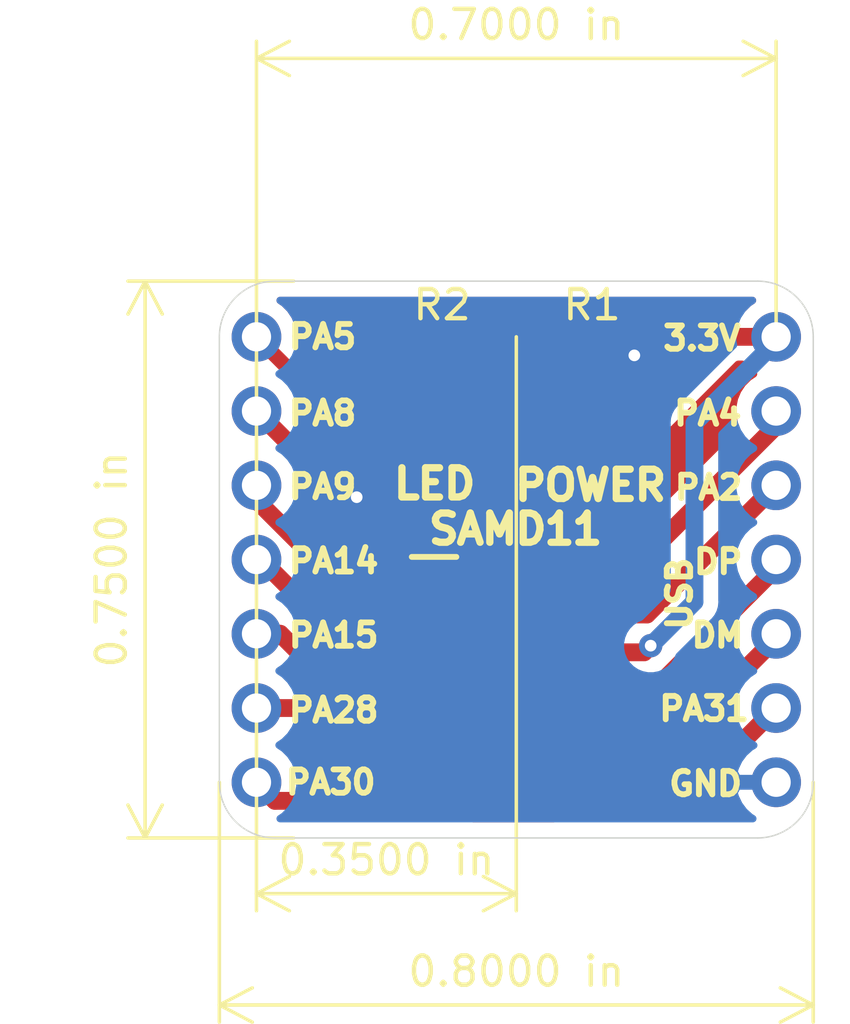
<source format=kicad_pcb>
(kicad_pcb (version 20171130) (host pcbnew 5.1.5-52549c5~86~ubuntu18.04.1)

  (general
    (thickness 1.6)
    (drawings 28)
    (tracks 52)
    (zones 0)
    (modules 7)
    (nets 17)
  )

  (page A4)
  (layers
    (0 F.Cu signal)
    (31 B.Cu signal)
    (32 B.Adhes user)
    (33 F.Adhes user)
    (34 B.Paste user)
    (35 F.Paste user)
    (36 B.SilkS user)
    (37 F.SilkS user)
    (38 B.Mask user)
    (39 F.Mask user)
    (40 Dwgs.User user)
    (41 Cmts.User user)
    (42 Eco1.User user)
    (43 Eco2.User user)
    (44 Edge.Cuts user)
    (45 Margin user)
    (46 B.CrtYd user)
    (47 F.CrtYd user)
    (48 B.Fab user)
    (49 F.Fab user)
  )

  (setup
    (last_trace_width 0.25)
    (user_trace_width 0.1524)
    (user_trace_width 0.2032)
    (user_trace_width 0.4)
    (user_trace_width 0.5)
    (user_trace_width 0.6096)
    (user_trace_width 0.8)
    (user_trace_width 1)
    (user_trace_width 2)
    (trace_clearance 0.2)
    (zone_clearance 0.508)
    (zone_45_only no)
    (trace_min 0.2)
    (via_size 0.8)
    (via_drill 0.4)
    (via_min_size 0.4)
    (via_min_drill 0.3)
    (uvia_size 0.3)
    (uvia_drill 0.1)
    (uvias_allowed no)
    (uvia_min_size 0.2)
    (uvia_min_drill 0.1)
    (edge_width 0.05)
    (segment_width 0.2)
    (pcb_text_width 0.3)
    (pcb_text_size 1.5 1.5)
    (mod_edge_width 0.12)
    (mod_text_size 1 1)
    (mod_text_width 0.15)
    (pad_size 1.524 1.524)
    (pad_drill 0.762)
    (pad_to_mask_clearance 0.051)
    (solder_mask_min_width 0.25)
    (pad_to_paste_clearance -0.0762)
    (aux_axis_origin 0 0)
    (visible_elements FFFFFF7F)
    (pcbplotparams
      (layerselection 0x010fc_ffffffff)
      (usegerberextensions false)
      (usegerberattributes false)
      (usegerberadvancedattributes false)
      (creategerberjobfile false)
      (excludeedgelayer true)
      (linewidth 0.100000)
      (plotframeref false)
      (viasonmask false)
      (mode 1)
      (useauxorigin false)
      (hpglpennumber 1)
      (hpglpenspeed 20)
      (hpglpendiameter 15.000000)
      (psnegative false)
      (psa4output false)
      (plotreference true)
      (plotvalue true)
      (plotinvisibletext false)
      (padsonsilk false)
      (subtractmaskfromsilk false)
      (outputformat 1)
      (mirror false)
      (drillshape 1)
      (scaleselection 1)
      (outputdirectory ""))
  )

  (net 0 "")
  (net 1 GND)
  (net 2 /PA08)
  (net 3 /PA09)
  (net 4 /PA14)
  (net 5 /PA15)
  (net 6 /PA28)
  (net 7 /PA30)
  (net 8 /PA31)
  (net 9 /PA24)
  (net 10 /PA25)
  (net 11 /PA02)
  (net 12 /PA04)
  (net 13 "Net-(D1-Pad1)")
  (net 14 "Net-(D2-Pad1)")
  (net 15 +3V3)
  (net 16 /PA05)

  (net_class Default "This is the default net class."
    (clearance 0.2)
    (trace_width 0.25)
    (via_dia 0.8)
    (via_drill 0.4)
    (uvia_dia 0.3)
    (uvia_drill 0.1)
    (add_net +3V3)
    (add_net /PA02)
    (add_net /PA04)
    (add_net /PA05)
    (add_net /PA08)
    (add_net /PA09)
    (add_net /PA14)
    (add_net /PA15)
    (add_net /PA24)
    (add_net /PA25)
    (add_net /PA28)
    (add_net /PA30)
    (add_net /PA31)
    (add_net GND)
    (add_net "Net-(D1-Pad1)")
    (add_net "Net-(D2-Pad1)")
  )

  (module SamD11_Breakout:PinHeader_1x07_P2.54mm_Vertical (layer F.Cu) (tedit 5DFF2E53) (tstamp 5DFF346C)
    (at 148.59 97.79)
    (descr "Through hole straight pin header, 1x07, 2.54mm pitch, single row")
    (tags "Through hole pin header THT 1x07 2.54mm single row")
    (path /5E0E6EF4)
    (fp_text reference J1 (at 0 -2.33) (layer F.Fab) hide
      (effects (font (size 1 1) (thickness 0.15)))
    )
    (fp_text value Conn_01x07 (at 0 17.57) (layer F.Fab) hide
      (effects (font (size 1 1) (thickness 0.15)))
    )
    (fp_text user %R (at 0 7.62 90) (layer F.Fab)
      (effects (font (size 1 1) (thickness 0.15)))
    )
    (fp_line (start -1.27 -0.635) (end -0.635 -1.27) (layer F.Fab) (width 0.1))
    (fp_line (start -1.27 16.51) (end -1.27 -0.635) (layer F.Fab) (width 0.1))
    (fp_line (start 1.27 16.51) (end -1.27 16.51) (layer F.Fab) (width 0.1))
    (fp_line (start 1.27 -1.27) (end 1.27 16.51) (layer F.Fab) (width 0.1))
    (fp_line (start -0.635 -1.27) (end 1.27 -1.27) (layer F.Fab) (width 0.1))
    (pad 7 thru_hole oval (at 0 15.24) (size 1.7 1.7) (drill 1) (layers *.Cu *.Mask)
      (net 7 /PA30))
    (pad 6 thru_hole oval (at 0 12.7) (size 1.7 1.7) (drill 1) (layers *.Cu *.Mask)
      (net 6 /PA28))
    (pad 5 thru_hole oval (at 0 10.16) (size 1.7 1.7) (drill 1) (layers *.Cu *.Mask)
      (net 5 /PA15))
    (pad 4 thru_hole oval (at 0 7.62) (size 1.7 1.7) (drill 1) (layers *.Cu *.Mask)
      (net 4 /PA14))
    (pad 3 thru_hole oval (at 0 5.08) (size 1.7 1.7) (drill 1) (layers *.Cu *.Mask)
      (net 3 /PA09))
    (pad 2 thru_hole oval (at 0 2.54) (size 1.7 1.7) (drill 1) (layers *.Cu *.Mask)
      (net 2 /PA08))
    (pad 1 thru_hole circle (at 0 0) (size 1.7 1.7) (drill 1) (layers *.Cu *.Mask)
      (net 16 /PA05))
    (model ${KISYS3DMOD}/Connector_PinHeader_2.54mm.3dshapes/PinHeader_1x07_P2.54mm_Vertical.wrl
      (offset (xyz 0 0 -1.7))
      (scale (xyz 1 1 1))
      (rotate (xyz 0 180 0))
    )
  )

  (module SamD11_Breakout:PinHeader_1x07_P2.54mm_Vertical (layer F.Cu) (tedit 5DFF2E53) (tstamp 5DFF34C0)
    (at 166.37 97.79)
    (descr "Through hole straight pin header, 1x07, 2.54mm pitch, single row")
    (tags "Through hole pin header THT 1x07 2.54mm single row")
    (path /5E0D8F16)
    (fp_text reference J2 (at 0 -2.33) (layer F.Fab) hide
      (effects (font (size 1 1) (thickness 0.15)))
    )
    (fp_text value Conn_01x07 (at 0 17.57) (layer F.Fab) hide
      (effects (font (size 1 1) (thickness 0.15)))
    )
    (fp_text user %R (at 0 7.62 90) (layer F.Fab)
      (effects (font (size 1 1) (thickness 0.15)))
    )
    (fp_line (start -1.27 -0.635) (end -0.635 -1.27) (layer F.Fab) (width 0.1))
    (fp_line (start -1.27 16.51) (end -1.27 -0.635) (layer F.Fab) (width 0.1))
    (fp_line (start 1.27 16.51) (end -1.27 16.51) (layer F.Fab) (width 0.1))
    (fp_line (start 1.27 -1.27) (end 1.27 16.51) (layer F.Fab) (width 0.1))
    (fp_line (start -0.635 -1.27) (end 1.27 -1.27) (layer F.Fab) (width 0.1))
    (pad 7 thru_hole oval (at 0 15.24) (size 1.7 1.7) (drill 1) (layers *.Cu *.Mask)
      (net 1 GND))
    (pad 6 thru_hole oval (at 0 12.7) (size 1.7 1.7) (drill 1) (layers *.Cu *.Mask)
      (net 8 /PA31))
    (pad 5 thru_hole oval (at 0 10.16) (size 1.7 1.7) (drill 1) (layers *.Cu *.Mask)
      (net 9 /PA24))
    (pad 4 thru_hole oval (at 0 7.62) (size 1.7 1.7) (drill 1) (layers *.Cu *.Mask)
      (net 10 /PA25))
    (pad 3 thru_hole oval (at 0 5.08) (size 1.7 1.7) (drill 1) (layers *.Cu *.Mask)
      (net 11 /PA02))
    (pad 2 thru_hole oval (at 0 2.54) (size 1.7 1.7) (drill 1) (layers *.Cu *.Mask)
      (net 12 /PA04))
    (pad 1 thru_hole circle (at 0 0) (size 1.7 1.7) (drill 1) (layers *.Cu *.Mask)
      (net 15 +3V3))
    (model ${KISYS3DMOD}/Connector_PinHeader_2.54mm.3dshapes/PinHeader_1x07_P2.54mm_Vertical.wrl
      (offset (xyz 0 0 -1.7))
      (scale (xyz 1 1 1))
      (rotate (xyz 0 180 0))
    )
  )

  (module SamD11_Breakout:R_1206_3216Metric_Pad1.42x1.75mm_HandSolder (layer F.Cu) (tedit 5DFEFEFF) (tstamp 5DFF34ED)
    (at 160.02 98.425)
    (descr "Resistor SMD 1206 (3216 Metric), square (rectangular) end terminal, IPC_7351 nominal with elongated pad for handsoldering. (Body size source: http://www.tortai-tech.com/upload/download/2011102023233369053.pdf), generated with kicad-footprint-generator")
    (tags "resistor handsolder")
    (path /5E0E631B)
    (attr smd)
    (fp_text reference R1 (at 0.0508 -1.7272) (layer F.SilkS)
      (effects (font (size 1 1) (thickness 0.15)))
    )
    (fp_text value 1K (at 0 0.1016) (layer F.Fab)
      (effects (font (size 1 1) (thickness 0.15)))
    )
    (fp_line (start -1.6 0.8) (end -1.6 -0.8) (layer F.Fab) (width 0.1))
    (fp_line (start -1.6 -0.8) (end 1.6 -0.8) (layer F.Fab) (width 0.1))
    (fp_line (start 1.6 -0.8) (end 1.6 0.8) (layer F.Fab) (width 0.1))
    (fp_line (start 1.6 0.8) (end -1.6 0.8) (layer F.Fab) (width 0.1))
    (fp_text user %R (at 0 0) (layer F.Fab)
      (effects (font (size 0.8 0.8) (thickness 0.12)))
    )
    (pad 1 smd roundrect (at -1.4875 0) (size 1.425 1.75) (layers F.Cu F.Paste F.Mask) (roundrect_rratio 0.175439)
      (net 13 "Net-(D1-Pad1)"))
    (pad 2 smd roundrect (at 1.4875 0) (size 1.425 1.75) (layers F.Cu F.Paste F.Mask) (roundrect_rratio 0.175439)
      (net 1 GND))
    (model ${KISYS3DMOD}/Resistor_SMD.3dshapes/R_1206_3216Metric.wrl
      (at (xyz 0 0 0))
      (scale (xyz 1 1 1))
      (rotate (xyz 0 0 0))
    )
  )

  (module SamD11_Breakout:R_1206_3216Metric_Pad1.42x1.75mm_HandSolder (layer F.Cu) (tedit 5DFEFEFF) (tstamp 5DFF3499)
    (at 154.94 98.425 180)
    (descr "Resistor SMD 1206 (3216 Metric), square (rectangular) end terminal, IPC_7351 nominal with elongated pad for handsoldering. (Body size source: http://www.tortai-tech.com/upload/download/2011102023233369053.pdf), generated with kicad-footprint-generator")
    (tags "resistor handsolder")
    (path /5E0F37E5)
    (attr smd)
    (fp_text reference R2 (at 0 1.7272) (layer F.SilkS)
      (effects (font (size 1 1) (thickness 0.15)))
    )
    (fp_text value 1K (at 0.0254 -0.1016) (layer F.Fab)
      (effects (font (size 1 1) (thickness 0.15)))
    )
    (fp_line (start -1.6 0.8) (end -1.6 -0.8) (layer F.Fab) (width 0.1))
    (fp_line (start -1.6 -0.8) (end 1.6 -0.8) (layer F.Fab) (width 0.1))
    (fp_line (start 1.6 -0.8) (end 1.6 0.8) (layer F.Fab) (width 0.1))
    (fp_line (start 1.6 0.8) (end -1.6 0.8) (layer F.Fab) (width 0.1))
    (fp_text user %R (at 0 0) (layer F.Fab)
      (effects (font (size 0.8 0.8) (thickness 0.12)))
    )
    (pad 1 smd roundrect (at -1.4875 0 180) (size 1.425 1.75) (layers F.Cu F.Paste F.Mask) (roundrect_rratio 0.175439)
      (net 14 "Net-(D2-Pad1)"))
    (pad 2 smd roundrect (at 1.4875 0 180) (size 1.425 1.75) (layers F.Cu F.Paste F.Mask) (roundrect_rratio 0.175439)
      (net 1 GND))
    (model ${KISYS3DMOD}/Resistor_SMD.3dshapes/R_1206_3216Metric.wrl
      (at (xyz 0 0 0))
      (scale (xyz 1 1 1))
      (rotate (xyz 0 0 0))
    )
  )

  (module SamD11_Breakout:LED_1206_3216Metric_Pad1.42x1.75mm_HandSolder (layer F.Cu) (tedit 5DFEFECF) (tstamp 5DFF33B6)
    (at 160.02 100.965)
    (descr "LED SMD 1206 (3216 Metric), square (rectangular) end terminal, IPC_7351 nominal, (Body size source: http://www.tortai-tech.com/upload/download/2011102023233369053.pdf), generated with kicad-footprint-generator")
    (tags "LED handsolder")
    (path /5E0CFB41)
    (attr smd)
    (fp_text reference D1 (at 0 0.1016) (layer F.Fab)
      (effects (font (size 1 1) (thickness 0.15)))
    )
    (fp_text value POWER (at 0 1.905) (layer F.SilkS)
      (effects (font (size 1 1) (thickness 0.25)))
    )
    (fp_line (start 1.6 -0.8) (end -1.2 -0.8) (layer F.Fab) (width 0.1))
    (fp_line (start -1.2 -0.8) (end -1.6 -0.4) (layer F.Fab) (width 0.1))
    (fp_line (start -1.6 -0.4) (end -1.6 0.8) (layer F.Fab) (width 0.1))
    (fp_line (start -1.6 0.8) (end 1.6 0.8) (layer F.Fab) (width 0.1))
    (fp_line (start 1.6 0.8) (end 1.6 -0.8) (layer F.Fab) (width 0.1))
    (fp_text user %R (at 0 0) (layer F.Fab)
      (effects (font (size 0.8 0.8) (thickness 0.12)))
    )
    (pad 1 smd roundrect (at -1.4875 0) (size 1.425 1.75) (layers F.Cu F.Paste F.Mask) (roundrect_rratio 0.175439)
      (net 13 "Net-(D1-Pad1)"))
    (pad 2 smd roundrect (at 1.4875 0) (size 1.425 1.75) (layers F.Cu F.Paste F.Mask) (roundrect_rratio 0.175439)
      (net 15 +3V3))
    (model ${KISYS3DMOD}/LED_SMD.3dshapes/LED_1206_3216Metric.wrl
      (at (xyz 0 0 0))
      (scale (xyz 1 1 1))
      (rotate (xyz 0 0 0))
    )
  )

  (module SamD11_Breakout:LED_1206_3216Metric_Pad1.42x1.75mm_HandSolder (layer F.Cu) (tedit 5DFEFECF) (tstamp 5DFF3440)
    (at 154.94 100.965 180)
    (descr "LED SMD 1206 (3216 Metric), square (rectangular) end terminal, IPC_7351 nominal, (Body size source: http://www.tortai-tech.com/upload/download/2011102023233369053.pdf), generated with kicad-footprint-generator")
    (tags "LED handsolder")
    (path /5E0F37D7)
    (attr smd)
    (fp_text reference D2 (at 0 -1.82) (layer F.Fab)
      (effects (font (size 1 1) (thickness 0.15)))
    )
    (fp_text value LED (at 0.254 -1.8542) (layer F.SilkS)
      (effects (font (size 1 1) (thickness 0.25)))
    )
    (fp_line (start 1.6 -0.8) (end -1.2 -0.8) (layer F.Fab) (width 0.1))
    (fp_line (start -1.2 -0.8) (end -1.6 -0.4) (layer F.Fab) (width 0.1))
    (fp_line (start -1.6 -0.4) (end -1.6 0.8) (layer F.Fab) (width 0.1))
    (fp_line (start -1.6 0.8) (end 1.6 0.8) (layer F.Fab) (width 0.1))
    (fp_line (start 1.6 0.8) (end 1.6 -0.8) (layer F.Fab) (width 0.1))
    (fp_text user %R (at 0 0) (layer F.Fab)
      (effects (font (size 0.8 0.8) (thickness 0.12)))
    )
    (pad 1 smd roundrect (at -1.4875 0 180) (size 1.425 1.75) (layers F.Cu F.Paste F.Mask) (roundrect_rratio 0.175439)
      (net 14 "Net-(D2-Pad1)"))
    (pad 2 smd roundrect (at 1.4875 0 180) (size 1.425 1.75) (layers F.Cu F.Paste F.Mask) (roundrect_rratio 0.175439)
      (net 16 /PA05))
    (model ${KISYS3DMOD}/LED_SMD.3dshapes/LED_1206_3216Metric.wrl
      (at (xyz 0 0 0))
      (scale (xyz 1 1 1))
      (rotate (xyz 0 0 0))
    )
  )

  (module SamD11_Breakout:SOIC127P600X175-14N (layer F.Cu) (tedit 5DFF142D) (tstamp 5DFF33EE)
    (at 157.3784 109.8296)
    (descr "14-pin SOIC150")
    (tags "Integrated Circuit")
    (path /5DFE6907)
    (attr smd)
    (fp_text reference IC2 (at 0 0) (layer F.Fab)
      (effects (font (size 1.27 1.27) (thickness 0.254)))
    )
    (fp_text value ATSAMD11C14A-SSUT (at 0 0) (layer B.Fab) hide
      (effects (font (size 1.27 1.27) (thickness 0.254)))
    )
    (fp_line (start -3.475 -4.51) (end -1.95 -4.51) (layer F.SilkS) (width 0.2))
    (fp_line (start -1.95 -3.055) (end -0.68 -4.325) (layer F.Fab) (width 0.1))
    (fp_line (start -1.95 4.325) (end -1.95 -4.325) (layer F.Fab) (width 0.1))
    (fp_line (start 1.95 4.325) (end -1.95 4.325) (layer F.Fab) (width 0.1))
    (fp_line (start 1.95 -4.325) (end 1.95 4.325) (layer F.Fab) (width 0.1))
    (fp_line (start -1.95 -4.325) (end 1.95 -4.325) (layer F.Fab) (width 0.1))
    (fp_line (start -3.725 4.625) (end -3.725 -4.625) (layer F.CrtYd) (width 0.05))
    (fp_line (start 3.725 4.625) (end -3.725 4.625) (layer F.CrtYd) (width 0.05))
    (fp_line (start 3.725 -4.625) (end 3.725 4.625) (layer F.CrtYd) (width 0.05))
    (fp_line (start -3.725 -4.625) (end 3.725 -4.625) (layer F.CrtYd) (width 0.05))
    (fp_text user %R (at 0 0) (layer F.Fab) hide
      (effects (font (size 1.27 1.27) (thickness 0.254)))
    )
    (pad 14 smd rect (at 2.712 -3.81 90) (size 0.7 1.525) (layers F.Cu F.Paste F.Mask)
      (net 12 /PA04))
    (pad 13 smd rect (at 2.712 -2.54 90) (size 0.7 1.525) (layers F.Cu F.Paste F.Mask)
      (net 11 /PA02))
    (pad 12 smd rect (at 2.712 -1.27 90) (size 0.7 1.525) (layers F.Cu F.Paste F.Mask)
      (net 15 +3V3))
    (pad 11 smd rect (at 2.712 0 90) (size 0.7 1.525) (layers F.Cu F.Paste F.Mask)
      (net 1 GND))
    (pad 10 smd rect (at 2.712 1.27 90) (size 0.7 1.525) (layers F.Cu F.Paste F.Mask)
      (net 10 /PA25))
    (pad 9 smd rect (at 2.712 2.54 90) (size 0.7 1.525) (layers F.Cu F.Paste F.Mask)
      (net 9 /PA24))
    (pad 8 smd rect (at 2.712 3.81 90) (size 0.7 1.525) (layers F.Cu F.Paste F.Mask)
      (net 8 /PA31))
    (pad 7 smd rect (at -2.712 3.81 90) (size 0.7 1.525) (layers F.Cu F.Paste F.Mask)
      (net 7 /PA30))
    (pad 6 smd rect (at -2.712 2.54 90) (size 0.7 1.525) (layers F.Cu F.Paste F.Mask)
      (net 6 /PA28))
    (pad 5 smd rect (at -2.712 1.27 90) (size 0.7 1.525) (layers F.Cu F.Paste F.Mask)
      (net 5 /PA15))
    (pad 4 smd rect (at -2.712 0 90) (size 0.7 1.525) (layers F.Cu F.Paste F.Mask)
      (net 4 /PA14))
    (pad 3 smd rect (at -2.712 -1.27 90) (size 0.7 1.525) (layers F.Cu F.Paste F.Mask)
      (net 3 /PA09))
    (pad 2 smd rect (at -2.712 -2.54 90) (size 0.7 1.525) (layers F.Cu F.Paste F.Mask)
      (net 2 /PA08))
    (pad 1 smd rect (at -2.712 -3.81 90) (size 0.7 1.525) (layers F.Cu F.Paste F.Mask)
      (net 16 /PA05))
    (model ${KISYS3DMOD}/SamacSys_Parts.3dshapes/ATSAMD11C14A-SSUT.stp
      (at (xyz 0 0 0))
      (scale (xyz 1 1 1))
      (rotate (xyz 0 0 0))
    )
  )

  (gr_text USB (at 163.068 106.5784 90) (layer F.SilkS) (tstamp 5DFFCE29)
    (effects (font (size 0.8 0.8) (thickness 0.2)))
  )
  (dimension 19.05 (width 0.12) (layer F.SilkS)
    (gr_text "19.050 mm" (at 143.51 105.41 90) (layer F.SilkS)
      (effects (font (size 1 1) (thickness 0.15)))
    )
    (feature1 (pts (xy 149.86 95.885) (xy 144.193579 95.885)))
    (feature2 (pts (xy 149.86 114.935) (xy 144.193579 114.935)))
    (crossbar (pts (xy 144.78 114.935) (xy 144.78 95.885)))
    (arrow1a (pts (xy 144.78 95.885) (xy 145.366421 97.011504)))
    (arrow1b (pts (xy 144.78 95.885) (xy 144.193579 97.011504)))
    (arrow2a (pts (xy 144.78 114.935) (xy 145.366421 113.808496)))
    (arrow2b (pts (xy 144.78 114.935) (xy 144.193579 113.808496)))
  )
  (dimension 20.32 (width 0.12) (layer F.SilkS)
    (gr_text "20.320 mm" (at 157.48 121.92) (layer F.SilkS)
      (effects (font (size 1 1) (thickness 0.15)))
    )
    (feature1 (pts (xy 147.32 113.03) (xy 147.32 121.236421)))
    (feature2 (pts (xy 167.64 113.03) (xy 167.64 121.236421)))
    (crossbar (pts (xy 167.64 120.65) (xy 147.32 120.65)))
    (arrow1a (pts (xy 147.32 120.65) (xy 148.446504 120.063579)))
    (arrow1b (pts (xy 147.32 120.65) (xy 148.446504 121.236421)))
    (arrow2a (pts (xy 167.64 120.65) (xy 166.513496 120.063579)))
    (arrow2b (pts (xy 167.64 120.65) (xy 166.513496 121.236421)))
  )
  (gr_text GND (at 163.957 113.0808) (layer F.SilkS) (tstamp 5DFFA42A)
    (effects (font (size 0.8 0.8) (thickness 0.2)))
  )
  (gr_text PA31 (at 163.9062 110.5154) (layer F.SilkS) (tstamp 5DFFA428)
    (effects (font (size 0.8 0.8) (thickness 0.2)))
  )
  (gr_text DM (at 164.3634 108.0008) (layer F.SilkS) (tstamp 5DFFA426)
    (effects (font (size 0.8 0.8) (thickness 0.2)))
  )
  (gr_text DP (at 164.3888 105.4862) (layer F.SilkS) (tstamp 5DFFA424)
    (effects (font (size 0.8 0.8) (thickness 0.2)))
  )
  (gr_text PA2 (at 164.0586 102.9462) (layer F.SilkS) (tstamp 5DFFA422)
    (effects (font (size 0.8 0.8) (thickness 0.2)))
  )
  (gr_text PA4 (at 164.0332 100.4062) (layer F.SilkS) (tstamp 5DFFA420)
    (effects (font (size 0.8 0.8) (thickness 0.2)))
  )
  (gr_text PA5 (at 150.8506 97.79) (layer F.SilkS) (tstamp 5DFFA412)
    (effects (font (size 0.8 0.8) (thickness 0.2)))
  )
  (gr_text PA8 (at 150.8506 100.4062) (layer F.SilkS) (tstamp 5DFFA410)
    (effects (font (size 0.8 0.8) (thickness 0.2)))
  )
  (gr_text PA9 (at 150.8506 102.9208) (layer F.SilkS) (tstamp 5DFFA40B)
    (effects (font (size 0.8 0.8) (thickness 0.2)))
  )
  (gr_text PA14 (at 151.2316 105.4608) (layer F.SilkS) (tstamp 5DFFA409)
    (effects (font (size 0.8 0.8) (thickness 0.2)))
  )
  (gr_line (start 149.225 95.885) (end 165.735 95.885) (layer Edge.Cuts) (width 0.05) (tstamp 5DFF3457))
  (gr_line (start 147.32 113.03) (end 147.32 97.79) (layer Edge.Cuts) (width 0.05) (tstamp 5DFF33A6))
  (gr_line (start 165.735 114.935) (end 149.225 114.935) (layer Edge.Cuts) (width 0.05) (tstamp 5DFF3508))
  (gr_line (start 167.64 97.79) (end 167.64 113.03) (layer Edge.Cuts) (width 0.05) (tstamp 5DFF350B))
  (dimension 17.78 (width 0.12) (layer F.SilkS) (tstamp 5DFF28F9)
    (gr_text "17.780 mm" (at 157.48 86.995) (layer F.SilkS) (tstamp 5DFF28F9)
      (effects (font (size 1 1) (thickness 0.15)))
    )
    (feature1 (pts (xy 166.37 97.79) (xy 166.37 87.678579)))
    (feature2 (pts (xy 148.59 97.79) (xy 148.59 87.678579)))
    (crossbar (pts (xy 148.59 88.265) (xy 166.37 88.265)))
    (arrow1a (pts (xy 166.37 88.265) (xy 165.243496 88.851421)))
    (arrow1b (pts (xy 166.37 88.265) (xy 165.243496 87.678579)))
    (arrow2a (pts (xy 148.59 88.265) (xy 149.716504 88.851421)))
    (arrow2b (pts (xy 148.59 88.265) (xy 149.716504 87.678579)))
  )
  (gr_text SAMD11 (at 157.4546 104.3686) (layer F.SilkS) (tstamp 5DFF339D)
    (effects (font (size 1 1) (thickness 0.25)))
  )
  (gr_text 3.3V (at 163.83 97.8408) (layer F.SilkS) (tstamp 5DFF33A0)
    (effects (font (size 0.8 0.8) (thickness 0.2)))
  )
  (gr_text PA30 (at 151.13 113.03) (layer F.SilkS) (tstamp 5DFF3430)
    (effects (font (size 0.8 0.8) (thickness 0.2)))
  )
  (gr_text PA15 (at 151.2316 108.0008) (layer F.SilkS) (tstamp 5DFF348D)
    (effects (font (size 0.8 0.8) (thickness 0.2)))
  )
  (gr_text PA28 (at 151.2316 110.5662) (layer F.SilkS) (tstamp 5DFF345A)
    (effects (font (size 0.8 0.8) (thickness 0.2)))
  )
  (gr_arc (start 149.225 113.03) (end 147.32 113.03) (angle -90) (layer Edge.Cuts) (width 0.05) (tstamp 5DFF3514))
  (gr_arc (start 165.735 113.03) (end 165.735 114.935) (angle -90) (layer Edge.Cuts) (width 0.05) (tstamp 5DFF33D0))
  (gr_arc (start 165.735 97.79) (end 167.64 97.79) (angle -90) (layer Edge.Cuts) (width 0.05) (tstamp 5DFF33CD))
  (gr_arc (start 149.225 97.79) (end 149.225 95.885) (angle -90) (layer Edge.Cuts) (width 0.05) (tstamp 5DFF34AE))
  (dimension 8.89 (width 0.12) (layer F.SilkS) (tstamp 5DFF8CD2)
    (gr_text "8.890 mm" (at 153.035 118.11) (layer F.SilkS) (tstamp 5DFF8CD2)
      (effects (font (size 1 1) (thickness 0.15)))
    )
    (feature1 (pts (xy 157.48 97.79) (xy 157.48 117.426421)))
    (feature2 (pts (xy 148.59 97.79) (xy 148.59 117.426421)))
    (crossbar (pts (xy 148.59 116.84) (xy 157.48 116.84)))
    (arrow1a (pts (xy 157.48 116.84) (xy 156.353496 117.426421)))
    (arrow1b (pts (xy 157.48 116.84) (xy 156.353496 116.253579)))
    (arrow2a (pts (xy 148.59 116.84) (xy 149.716504 117.426421)))
    (arrow2b (pts (xy 148.59 116.84) (xy 149.716504 116.253579)))
  )

  (via (at 161.5186 98.425) (size 0.8) (drill 0.4) (layers F.Cu B.Cu) (net 1))
  (via (at 152.019 103.2764) (size 0.8) (drill 0.4) (layers F.Cu B.Cu) (net 1))
  (segment (start 153.8224 107.2896) (end 154.6664 107.2896) (width 0.6096) (layer F.Cu) (net 2))
  (segment (start 150.4442 103.9114) (end 153.8224 107.2896) (width 0.6096) (layer F.Cu) (net 2))
  (segment (start 148.59 100.33) (end 150.4442 102.1842) (width 0.6096) (layer F.Cu) (net 2))
  (segment (start 150.4442 102.1842) (end 150.4442 103.9114) (width 0.6096) (layer F.Cu) (net 2))
  (segment (start 153.7716 108.5596) (end 154.6664 108.5596) (width 0.6096) (layer F.Cu) (net 3))
  (segment (start 148.59 102.87) (end 148.59 103.378) (width 0.6096) (layer F.Cu) (net 3))
  (segment (start 148.59 103.378) (end 153.7716 108.5596) (width 0.6096) (layer F.Cu) (net 3))
  (segment (start 153.162 109.8296) (end 154.6664 109.8296) (width 0.6096) (layer F.Cu) (net 4))
  (segment (start 148.59 105.41) (end 148.7424 105.41) (width 0.6096) (layer F.Cu) (net 4))
  (segment (start 148.7424 105.41) (end 153.162 109.8296) (width 0.6096) (layer F.Cu) (net 4))
  (segment (start 152.5524 111.0996) (end 154.6664 111.0996) (width 0.6096) (layer F.Cu) (net 5))
  (segment (start 148.59 107.95) (end 149.4028 107.95) (width 0.6096) (layer F.Cu) (net 5))
  (segment (start 149.4028 107.95) (end 152.5524 111.0996) (width 0.6096) (layer F.Cu) (net 5))
  (segment (start 152.4254 112.3696) (end 154.6664 112.3696) (width 0.6096) (layer F.Cu) (net 6))
  (segment (start 148.59 110.49) (end 150.5458 110.49) (width 0.6096) (layer F.Cu) (net 6))
  (segment (start 150.5458 110.49) (end 152.4254 112.3696) (width 0.6096) (layer F.Cu) (net 6))
  (segment (start 154.641 113.665) (end 154.6664 113.6396) (width 0.6096) (layer F.Cu) (net 7))
  (segment (start 148.59 113.03) (end 149.225 113.665) (width 0.6096) (layer F.Cu) (net 7))
  (segment (start 149.225 113.665) (end 154.641 113.665) (width 0.6096) (layer F.Cu) (net 7))
  (segment (start 163.2204 113.6396) (end 160.0904 113.6396) (width 0.6096) (layer F.Cu) (net 8))
  (segment (start 166.37 110.49) (end 163.2204 113.6396) (width 0.6096) (layer F.Cu) (net 8))
  (segment (start 162.1028 112.3696) (end 160.0904 112.3696) (width 0.6096) (layer F.Cu) (net 9))
  (segment (start 166.37 107.95) (end 166.37 108.1024) (width 0.6096) (layer F.Cu) (net 9))
  (segment (start 166.37 108.1024) (end 162.1028 112.3696) (width 0.6096) (layer F.Cu) (net 9))
  (segment (start 160.9598 111.0996) (end 160.0904 111.0996) (width 0.6096) (layer F.Cu) (net 10))
  (segment (start 166.37 105.41) (end 166.37 105.6894) (width 0.6096) (layer F.Cu) (net 10))
  (segment (start 166.37 105.6894) (end 160.9598 111.0996) (width 0.6096) (layer F.Cu) (net 10))
  (segment (start 161.9504 107.2896) (end 160.0904 107.2896) (width 0.6096) (layer F.Cu) (net 11))
  (segment (start 166.37 102.87) (end 161.9504 107.2896) (width 0.6096) (layer F.Cu) (net 11))
  (segment (start 161.1884 106.0196) (end 160.0904 106.0196) (width 0.6096) (layer F.Cu) (net 12))
  (segment (start 166.37 100.33) (end 166.37 100.838) (width 0.6096) (layer F.Cu) (net 12))
  (segment (start 166.37 100.838) (end 161.1884 106.0196) (width 0.6096) (layer F.Cu) (net 12))
  (segment (start 158.5325 100.965) (end 158.5325 98.425) (width 0.6096) (layer F.Cu) (net 13))
  (segment (start 156.4275 100.965) (end 156.4275 98.425) (width 0.6096) (layer F.Cu) (net 14))
  (segment (start 164.6825 97.79) (end 161.5075 100.965) (width 0.6096) (layer F.Cu) (net 15))
  (segment (start 166.37 97.79) (end 164.6825 97.79) (width 0.6096) (layer F.Cu) (net 15))
  (via (at 162.0774 108.3564) (size 0.8) (drill 0.4) (layers F.Cu B.Cu) (net 15))
  (segment (start 160.1158 108.585) (end 160.0904 108.5596) (width 0.6096) (layer F.Cu) (net 15))
  (segment (start 162.0774 108.3564) (end 161.8488 108.585) (width 0.6096) (layer F.Cu) (net 15))
  (segment (start 161.8488 108.585) (end 160.1158 108.585) (width 0.6096) (layer F.Cu) (net 15))
  (segment (start 163.576 106.8578) (end 162.0774 108.3564) (width 0.6096) (layer B.Cu) (net 15))
  (segment (start 163.576 100.7364) (end 163.576 106.8578) (width 0.6096) (layer B.Cu) (net 15))
  (segment (start 166.37 97.79) (end 166.37 97.9424) (width 0.6096) (layer B.Cu) (net 15))
  (segment (start 166.37 97.9424) (end 163.576 100.7364) (width 0.6096) (layer B.Cu) (net 15))
  (segment (start 151.765 100.965) (end 153.4525 100.965) (width 0.5) (layer F.Cu) (net 16))
  (segment (start 148.59 97.79) (end 151.765 100.965) (width 0.5) (layer F.Cu) (net 16))
  (segment (start 153.416 101.0015) (end 153.4525 100.965) (width 0.5) (layer F.Cu) (net 16))
  (segment (start 153.416 105.537) (end 153.416 101.0015) (width 0.5) (layer F.Cu) (net 16))
  (segment (start 154.6664 106.0196) (end 153.8986 106.0196) (width 0.5) (layer F.Cu) (net 16))
  (segment (start 153.8986 106.0196) (end 153.416 105.537) (width 0.5) (layer F.Cu) (net 16))

  (zone (net 1) (net_name GND) (layer F.Cu) (tstamp 5DFF342D) (hatch edge 0.508)
    (connect_pads (clearance 0.508))
    (min_thickness 0.254)
    (fill yes (arc_segments 32) (thermal_gap 0.508) (thermal_bridge_width 0.508))
    (polygon
      (pts
        (xy 168.656 115.824) (xy 145.796 115.824) (xy 146.05 95.25) (xy 168.91 95.25)
      )
    )
    (filled_polygon
      (pts
        (xy 165.423368 96.636525) (xy 165.216525 96.843368) (xy 165.21196 96.8502) (xy 164.728656 96.8502) (xy 164.682499 96.845654)
        (xy 164.636342 96.8502) (xy 164.636333 96.8502) (xy 164.498267 96.863798) (xy 164.321114 96.917537) (xy 164.248762 96.95621)
        (xy 164.157848 97.004804) (xy 164.124021 97.032566) (xy 164.014746 97.122246) (xy 163.985313 97.15811) (xy 162.845425 98.297998)
        (xy 162.696252 98.297998) (xy 162.855 98.13925) (xy 162.858072 97.55) (xy 162.845812 97.425518) (xy 162.809502 97.30582)
        (xy 162.750537 97.195506) (xy 162.671185 97.098815) (xy 162.574494 97.019463) (xy 162.46418 96.960498) (xy 162.344482 96.924188)
        (xy 162.22 96.911928) (xy 161.79325 96.915) (xy 161.6345 97.07375) (xy 161.6345 98.298) (xy 161.6545 98.298)
        (xy 161.6545 98.552) (xy 161.6345 98.552) (xy 161.6345 98.572) (xy 161.3805 98.572) (xy 161.3805 98.552)
        (xy 160.31875 98.552) (xy 160.16 98.71075) (xy 160.156928 99.3) (xy 160.169188 99.424482) (xy 160.205498 99.54418)
        (xy 160.264463 99.654494) (xy 160.343815 99.751185) (xy 160.368372 99.771338) (xy 160.306595 99.846614) (xy 160.224528 100.00015)
        (xy 160.173992 100.166746) (xy 160.156928 100.34) (xy 160.156928 101.59) (xy 160.173992 101.763254) (xy 160.224528 101.92985)
        (xy 160.306595 102.083386) (xy 160.417038 102.217962) (xy 160.551614 102.328405) (xy 160.70515 102.410472) (xy 160.871746 102.461008)
        (xy 161.045 102.478072) (xy 161.97 102.478072) (xy 162.143254 102.461008) (xy 162.30985 102.410472) (xy 162.463386 102.328405)
        (xy 162.597962 102.217962) (xy 162.708405 102.083386) (xy 162.790472 101.92985) (xy 162.841008 101.763254) (xy 162.858072 101.59)
        (xy 162.858072 100.943504) (xy 165.071777 98.7298) (xy 165.21196 98.7298) (xy 165.216525 98.736632) (xy 165.423368 98.943475)
        (xy 165.59776 99.06) (xy 165.423368 99.176525) (xy 165.216525 99.383368) (xy 165.05401 99.626589) (xy 164.942068 99.896842)
        (xy 164.885 100.18374) (xy 164.885 100.47626) (xy 164.942068 100.763158) (xy 164.992943 100.885981) (xy 160.847396 105.031528)
        (xy 159.3279 105.031528) (xy 159.203418 105.043788) (xy 159.08372 105.080098) (xy 158.973406 105.139063) (xy 158.876715 105.218415)
        (xy 158.797363 105.315106) (xy 158.738398 105.42542) (xy 158.702088 105.545118) (xy 158.689828 105.6696) (xy 158.689828 106.3696)
        (xy 158.702088 106.494082) (xy 158.738398 106.61378) (xy 158.760217 106.6546) (xy 158.738398 106.69542) (xy 158.702088 106.815118)
        (xy 158.689828 106.9396) (xy 158.689828 107.6396) (xy 158.702088 107.764082) (xy 158.738398 107.88378) (xy 158.760217 107.9246)
        (xy 158.738398 107.96542) (xy 158.702088 108.085118) (xy 158.689828 108.2096) (xy 158.689828 108.9096) (xy 158.702088 109.034082)
        (xy 158.738398 109.15378) (xy 158.760217 109.1946) (xy 158.738398 109.23542) (xy 158.702088 109.355118) (xy 158.689828 109.4796)
        (xy 158.6929 109.54385) (xy 158.85165 109.7026) (xy 159.9634 109.7026) (xy 159.9634 109.6826) (xy 160.2174 109.6826)
        (xy 160.2174 109.7026) (xy 160.2374 109.7026) (xy 160.2374 109.9566) (xy 160.2174 109.9566) (xy 160.2174 109.9766)
        (xy 159.9634 109.9766) (xy 159.9634 109.9566) (xy 158.85165 109.9566) (xy 158.6929 110.11535) (xy 158.689828 110.1796)
        (xy 158.702088 110.304082) (xy 158.738398 110.42378) (xy 158.760217 110.4646) (xy 158.738398 110.50542) (xy 158.702088 110.625118)
        (xy 158.689828 110.7496) (xy 158.689828 111.4496) (xy 158.702088 111.574082) (xy 158.738398 111.69378) (xy 158.760217 111.7346)
        (xy 158.738398 111.77542) (xy 158.702088 111.895118) (xy 158.689828 112.0196) (xy 158.689828 112.7196) (xy 158.702088 112.844082)
        (xy 158.738398 112.96378) (xy 158.760217 113.0046) (xy 158.738398 113.04542) (xy 158.702088 113.165118) (xy 158.689828 113.2896)
        (xy 158.689828 113.9896) (xy 158.702088 114.114082) (xy 158.738398 114.23378) (xy 158.760431 114.275) (xy 155.996369 114.275)
        (xy 156.018402 114.23378) (xy 156.054712 114.114082) (xy 156.066972 113.9896) (xy 156.066972 113.2896) (xy 156.054712 113.165118)
        (xy 156.018402 113.04542) (xy 155.996583 113.0046) (xy 156.018402 112.96378) (xy 156.054712 112.844082) (xy 156.066972 112.7196)
        (xy 156.066972 112.0196) (xy 156.054712 111.895118) (xy 156.018402 111.77542) (xy 155.996583 111.7346) (xy 156.018402 111.69378)
        (xy 156.054712 111.574082) (xy 156.066972 111.4496) (xy 156.066972 110.7496) (xy 156.054712 110.625118) (xy 156.018402 110.50542)
        (xy 155.996583 110.4646) (xy 156.018402 110.42378) (xy 156.054712 110.304082) (xy 156.066972 110.1796) (xy 156.066972 109.4796)
        (xy 156.054712 109.355118) (xy 156.018402 109.23542) (xy 155.996583 109.1946) (xy 156.018402 109.15378) (xy 156.054712 109.034082)
        (xy 156.066972 108.9096) (xy 156.066972 108.2096) (xy 156.054712 108.085118) (xy 156.018402 107.96542) (xy 155.996583 107.9246)
        (xy 156.018402 107.88378) (xy 156.054712 107.764082) (xy 156.066972 107.6396) (xy 156.066972 106.9396) (xy 156.054712 106.815118)
        (xy 156.018402 106.69542) (xy 155.996583 106.6546) (xy 156.018402 106.61378) (xy 156.054712 106.494082) (xy 156.066972 106.3696)
        (xy 156.066972 105.6696) (xy 156.054712 105.545118) (xy 156.018402 105.42542) (xy 155.959437 105.315106) (xy 155.880085 105.218415)
        (xy 155.783394 105.139063) (xy 155.67308 105.080098) (xy 155.553382 105.043788) (xy 155.4289 105.031528) (xy 154.301 105.031528)
        (xy 154.301 102.385804) (xy 154.408386 102.328405) (xy 154.542962 102.217962) (xy 154.653405 102.083386) (xy 154.735472 101.92985)
        (xy 154.786008 101.763254) (xy 154.803072 101.59) (xy 154.803072 100.34) (xy 154.786008 100.166746) (xy 154.735472 100.00015)
        (xy 154.653405 99.846614) (xy 154.591628 99.771338) (xy 154.616185 99.751185) (xy 154.695537 99.654494) (xy 154.754502 99.54418)
        (xy 154.790812 99.424482) (xy 154.803072 99.3) (xy 154.8 98.71075) (xy 154.64125 98.552) (xy 153.5795 98.552)
        (xy 153.5795 98.572) (xy 153.3255 98.572) (xy 153.3255 98.552) (xy 152.26375 98.552) (xy 152.105 98.71075)
        (xy 152.101928 99.3) (xy 152.114188 99.424482) (xy 152.150498 99.54418) (xy 152.209463 99.654494) (xy 152.288815 99.751185)
        (xy 152.313372 99.771338) (xy 152.251595 99.846614) (xy 152.169528 100.00015) (xy 152.145306 100.08) (xy 152.131579 100.08)
        (xy 150.060539 98.008961) (xy 150.075 97.93626) (xy 150.075 97.64374) (xy 150.056354 97.55) (xy 152.101928 97.55)
        (xy 152.105 98.13925) (xy 152.26375 98.298) (xy 153.3255 98.298) (xy 153.3255 97.07375) (xy 153.5795 97.07375)
        (xy 153.5795 98.298) (xy 154.64125 98.298) (xy 154.8 98.13925) (xy 154.801768 97.8) (xy 155.076928 97.8)
        (xy 155.076928 99.05) (xy 155.093992 99.223254) (xy 155.144528 99.38985) (xy 155.226595 99.543386) (xy 155.337038 99.677962)
        (xy 155.357799 99.695) (xy 155.337038 99.712038) (xy 155.226595 99.846614) (xy 155.144528 100.00015) (xy 155.093992 100.166746)
        (xy 155.076928 100.34) (xy 155.076928 101.59) (xy 155.093992 101.763254) (xy 155.144528 101.92985) (xy 155.226595 102.083386)
        (xy 155.337038 102.217962) (xy 155.471614 102.328405) (xy 155.62515 102.410472) (xy 155.791746 102.461008) (xy 155.965 102.478072)
        (xy 156.89 102.478072) (xy 157.063254 102.461008) (xy 157.22985 102.410472) (xy 157.383386 102.328405) (xy 157.48 102.249116)
        (xy 157.576614 102.328405) (xy 157.73015 102.410472) (xy 157.896746 102.461008) (xy 158.07 102.478072) (xy 158.995 102.478072)
        (xy 159.168254 102.461008) (xy 159.33485 102.410472) (xy 159.488386 102.328405) (xy 159.622962 102.217962) (xy 159.733405 102.083386)
        (xy 159.815472 101.92985) (xy 159.866008 101.763254) (xy 159.883072 101.59) (xy 159.883072 100.34) (xy 159.866008 100.166746)
        (xy 159.815472 100.00015) (xy 159.733405 99.846614) (xy 159.622962 99.712038) (xy 159.602201 99.695) (xy 159.622962 99.677962)
        (xy 159.733405 99.543386) (xy 159.815472 99.38985) (xy 159.866008 99.223254) (xy 159.883072 99.05) (xy 159.883072 97.8)
        (xy 159.866008 97.626746) (xy 159.842728 97.55) (xy 160.156928 97.55) (xy 160.16 98.13925) (xy 160.31875 98.298)
        (xy 161.3805 98.298) (xy 161.3805 97.07375) (xy 161.22175 96.915) (xy 160.795 96.911928) (xy 160.670518 96.924188)
        (xy 160.55082 96.960498) (xy 160.440506 97.019463) (xy 160.343815 97.098815) (xy 160.264463 97.195506) (xy 160.205498 97.30582)
        (xy 160.169188 97.425518) (xy 160.156928 97.55) (xy 159.842728 97.55) (xy 159.815472 97.46015) (xy 159.733405 97.306614)
        (xy 159.622962 97.172038) (xy 159.488386 97.061595) (xy 159.33485 96.979528) (xy 159.168254 96.928992) (xy 158.995 96.911928)
        (xy 158.07 96.911928) (xy 157.896746 96.928992) (xy 157.73015 96.979528) (xy 157.576614 97.061595) (xy 157.48 97.140884)
        (xy 157.383386 97.061595) (xy 157.22985 96.979528) (xy 157.063254 96.928992) (xy 156.89 96.911928) (xy 155.965 96.911928)
        (xy 155.791746 96.928992) (xy 155.62515 96.979528) (xy 155.471614 97.061595) (xy 155.337038 97.172038) (xy 155.226595 97.306614)
        (xy 155.144528 97.46015) (xy 155.093992 97.626746) (xy 155.076928 97.8) (xy 154.801768 97.8) (xy 154.803072 97.55)
        (xy 154.790812 97.425518) (xy 154.754502 97.30582) (xy 154.695537 97.195506) (xy 154.616185 97.098815) (xy 154.519494 97.019463)
        (xy 154.40918 96.960498) (xy 154.289482 96.924188) (xy 154.165 96.911928) (xy 153.73825 96.915) (xy 153.5795 97.07375)
        (xy 153.3255 97.07375) (xy 153.16675 96.915) (xy 152.74 96.911928) (xy 152.615518 96.924188) (xy 152.49582 96.960498)
        (xy 152.385506 97.019463) (xy 152.288815 97.098815) (xy 152.209463 97.195506) (xy 152.150498 97.30582) (xy 152.114188 97.425518)
        (xy 152.101928 97.55) (xy 150.056354 97.55) (xy 150.017932 97.356842) (xy 149.90599 97.086589) (xy 149.743475 96.843368)
        (xy 149.536632 96.636525) (xy 149.399655 96.545) (xy 165.560345 96.545)
      )
    )
    (filled_polygon
      (pts
        (xy 166.497 112.903) (xy 166.517 112.903) (xy 166.517 113.157) (xy 166.497 113.157) (xy 166.497 113.177)
        (xy 166.243 113.177) (xy 166.243 113.157) (xy 166.223 113.157) (xy 166.223 112.903) (xy 166.243 112.903)
        (xy 166.243 112.883) (xy 166.497 112.883)
      )
    )
    (filled_polygon
      (pts
        (xy 151.270941 101.704411) (xy 151.424687 101.786589) (xy 151.59151 101.837195) (xy 151.721523 101.85) (xy 151.721533 101.85)
        (xy 151.764999 101.854281) (xy 151.808466 101.85) (xy 152.145306 101.85) (xy 152.169528 101.92985) (xy 152.251595 102.083386)
        (xy 152.362038 102.217962) (xy 152.496614 102.328405) (xy 152.531001 102.346785) (xy 152.531 104.669123) (xy 151.384 103.522124)
        (xy 151.384 102.230357) (xy 151.388546 102.1842) (xy 151.384 102.138043) (xy 151.384 102.138033) (xy 151.370402 101.999967)
        (xy 151.316663 101.822814) (xy 151.277848 101.750196) (xy 151.239649 101.67873)
      )
    )
  )
  (zone (net 1) (net_name GND) (layer B.Cu) (tstamp 5DFF342A) (hatch edge 0.508)
    (connect_pads (clearance 0.508))
    (min_thickness 0.254)
    (fill yes (arc_segments 32) (thermal_gap 0.508) (thermal_bridge_width 0.508))
    (polygon
      (pts
        (xy 168.656 115.824) (xy 145.796 115.824) (xy 146.05 95.25) (xy 168.91 95.25)
      )
    )
    (filled_polygon
      (pts
        (xy 165.423368 96.636525) (xy 165.216525 96.843368) (xy 165.05401 97.086589) (xy 164.942068 97.356842) (xy 164.885 97.64374)
        (xy 164.885 97.93626) (xy 164.911888 98.071434) (xy 162.944115 100.039209) (xy 162.908246 100.068646) (xy 162.790804 100.211749)
        (xy 162.703537 100.375015) (xy 162.649798 100.552168) (xy 162.6362 100.690234) (xy 162.6362 100.690243) (xy 162.631654 100.7364)
        (xy 162.6362 100.782557) (xy 162.636201 106.468521) (xy 161.720956 107.383768) (xy 161.587144 107.439195) (xy 161.417626 107.552463)
        (xy 161.273463 107.696626) (xy 161.160195 107.866144) (xy 161.082174 108.054502) (xy 161.0424 108.254461) (xy 161.0424 108.458339)
        (xy 161.082174 108.658298) (xy 161.160195 108.846656) (xy 161.273463 109.016174) (xy 161.417626 109.160337) (xy 161.587144 109.273605)
        (xy 161.775502 109.351626) (xy 161.975461 109.3914) (xy 162.179339 109.3914) (xy 162.379298 109.351626) (xy 162.567656 109.273605)
        (xy 162.737174 109.160337) (xy 162.881337 109.016174) (xy 162.994605 108.846656) (xy 163.050032 108.712844) (xy 164.207896 107.554982)
        (xy 164.243754 107.525554) (xy 164.361196 107.382451) (xy 164.448463 107.219186) (xy 164.502202 107.042033) (xy 164.5158 106.903967)
        (xy 164.5158 106.903958) (xy 164.520346 106.857801) (xy 164.5158 106.811644) (xy 164.5158 101.125676) (xy 164.931491 100.709985)
        (xy 164.942068 100.763158) (xy 165.05401 101.033411) (xy 165.216525 101.276632) (xy 165.423368 101.483475) (xy 165.59776 101.6)
        (xy 165.423368 101.716525) (xy 165.216525 101.923368) (xy 165.05401 102.166589) (xy 164.942068 102.436842) (xy 164.885 102.72374)
        (xy 164.885 103.01626) (xy 164.942068 103.303158) (xy 165.05401 103.573411) (xy 165.216525 103.816632) (xy 165.423368 104.023475)
        (xy 165.59776 104.14) (xy 165.423368 104.256525) (xy 165.216525 104.463368) (xy 165.05401 104.706589) (xy 164.942068 104.976842)
        (xy 164.885 105.26374) (xy 164.885 105.55626) (xy 164.942068 105.843158) (xy 165.05401 106.113411) (xy 165.216525 106.356632)
        (xy 165.423368 106.563475) (xy 165.59776 106.68) (xy 165.423368 106.796525) (xy 165.216525 107.003368) (xy 165.05401 107.246589)
        (xy 164.942068 107.516842) (xy 164.885 107.80374) (xy 164.885 108.09626) (xy 164.942068 108.383158) (xy 165.05401 108.653411)
        (xy 165.216525 108.896632) (xy 165.423368 109.103475) (xy 165.59776 109.22) (xy 165.423368 109.336525) (xy 165.216525 109.543368)
        (xy 165.05401 109.786589) (xy 164.942068 110.056842) (xy 164.885 110.34374) (xy 164.885 110.63626) (xy 164.942068 110.923158)
        (xy 165.05401 111.193411) (xy 165.216525 111.436632) (xy 165.423368 111.643475) (xy 165.605534 111.765195) (xy 165.488645 111.834822)
        (xy 165.272412 112.029731) (xy 165.098359 112.26308) (xy 164.973175 112.525901) (xy 164.928524 112.67311) (xy 165.049845 112.903)
        (xy 166.243 112.903) (xy 166.243 112.883) (xy 166.497 112.883) (xy 166.497 112.903) (xy 166.517 112.903)
        (xy 166.517 113.157) (xy 166.497 113.157) (xy 166.497 113.177) (xy 166.243 113.177) (xy 166.243 113.157)
        (xy 165.049845 113.157) (xy 164.928524 113.38689) (xy 164.973175 113.534099) (xy 165.098359 113.79692) (xy 165.272412 114.030269)
        (xy 165.488645 114.225178) (xy 165.572285 114.275) (xy 149.399655 114.275) (xy 149.536632 114.183475) (xy 149.743475 113.976632)
        (xy 149.90599 113.733411) (xy 150.017932 113.463158) (xy 150.075 113.17626) (xy 150.075 112.88374) (xy 150.017932 112.596842)
        (xy 149.90599 112.326589) (xy 149.743475 112.083368) (xy 149.536632 111.876525) (xy 149.36224 111.76) (xy 149.536632 111.643475)
        (xy 149.743475 111.436632) (xy 149.90599 111.193411) (xy 150.017932 110.923158) (xy 150.075 110.63626) (xy 150.075 110.34374)
        (xy 150.017932 110.056842) (xy 149.90599 109.786589) (xy 149.743475 109.543368) (xy 149.536632 109.336525) (xy 149.36224 109.22)
        (xy 149.536632 109.103475) (xy 149.743475 108.896632) (xy 149.90599 108.653411) (xy 150.017932 108.383158) (xy 150.075 108.09626)
        (xy 150.075 107.80374) (xy 150.017932 107.516842) (xy 149.90599 107.246589) (xy 149.743475 107.003368) (xy 149.536632 106.796525)
        (xy 149.36224 106.68) (xy 149.536632 106.563475) (xy 149.743475 106.356632) (xy 149.90599 106.113411) (xy 150.017932 105.843158)
        (xy 150.075 105.55626) (xy 150.075 105.26374) (xy 150.017932 104.976842) (xy 149.90599 104.706589) (xy 149.743475 104.463368)
        (xy 149.536632 104.256525) (xy 149.36224 104.14) (xy 149.536632 104.023475) (xy 149.743475 103.816632) (xy 149.90599 103.573411)
        (xy 150.017932 103.303158) (xy 150.075 103.01626) (xy 150.075 102.72374) (xy 150.017932 102.436842) (xy 149.90599 102.166589)
        (xy 149.743475 101.923368) (xy 149.536632 101.716525) (xy 149.36224 101.6) (xy 149.536632 101.483475) (xy 149.743475 101.276632)
        (xy 149.90599 101.033411) (xy 150.017932 100.763158) (xy 150.075 100.47626) (xy 150.075 100.18374) (xy 150.017932 99.896842)
        (xy 149.90599 99.626589) (xy 149.743475 99.383368) (xy 149.536632 99.176525) (xy 149.36224 99.06) (xy 149.536632 98.943475)
        (xy 149.743475 98.736632) (xy 149.90599 98.493411) (xy 150.017932 98.223158) (xy 150.075 97.93626) (xy 150.075 97.64374)
        (xy 150.017932 97.356842) (xy 149.90599 97.086589) (xy 149.743475 96.843368) (xy 149.536632 96.636525) (xy 149.399655 96.545)
        (xy 165.560345 96.545)
      )
    )
  )
)

</source>
